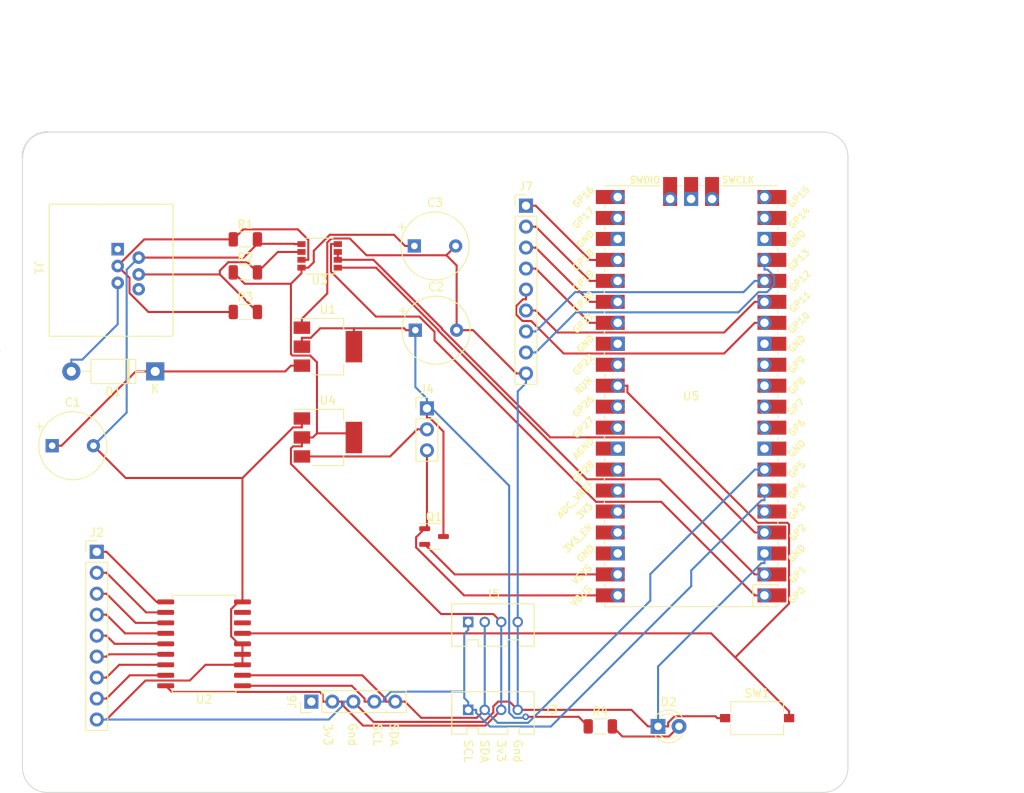
<source format=kicad_pcb>
(kicad_pcb (version 20211014) (generator pcbnew)
  (layers (0 "F.Cu" signal) (31 "B.Cu" signal) (34 "B.Paste" user) (35 "F.Paste" user) (36 "B.SilkS" user "B.Silkscreen") (37 "F.SilkS" user "F.Silkscreen") (38 "B.Mask" user) (39 "F.Mask" user) (44 "Edge.Cuts" user))
  (net 0 "")
  (net 1 "/VIN")
  (net 2 "/GND")
  (net 3 "/5V")
  (net 4 "/3V3")
  (net 5 "/12V")
  (net 6 "Net-(D2-Pad2)")
  (net 8 "Net-(J1-Pad3)")
  (net 9 "Net-(J1-Pad4)")
  (net 11 "Net-(J2-Pad1)")
  (net 12 "Net-(J2-Pad2)")
  (net 13 "Net-(J2-Pad3)")
  (net 14 "Net-(J2-Pad4)")
  (net 15 "Net-(J2-Pad5)")
  (net 16 "Net-(J2-Pad6)")
  (net 17 "Net-(J2-Pad7)")
  (net 18 "Net-(J2-Pad8)")
  (net 19 "/5Vopt")
  (net 20 "/VBUS")
  (net 22 "Net-(J7-Pad1)")
  (net 23 "Net-(J7-Pad2)")
  (net 24 "Net-(J7-Pad3)")
  (net 25 "Net-(J7-Pad4)")
  (net 26 "Net-(J7-Pad5)")
  (net 27 "Net-(J7-Pad6)")
  (net 28 "Net-(J7-Pad7)")
  (net 29 "/VSYS")
  (net 30 "/RUN")
  (net 31 "/SCL")
  (net 32 "/SDA")
  (net 35 "/GP1")
  (net 36 "/RTS")
  (net 37 "/GP0")
  (net 64 "Net-(J7-Pad8)")
  (footprint "Resistor_SMD:R_1206_3216Metric" (layer "F.Cu") (at 170 122)
    (fp_text reference "R4")
    (fp_text value "1k")
  )
  (footprint "Capacitor_THT:CP_Radial_Tantal_D8.0mm_P5.00mm" (layer "F.Cu") (at 103.5973 88)
    (fp_text reference "C1")
    (fp_text value "C_Polarized")
  )
  (footprint "Package_TO_SOT_SMD:SOT-223-3_TabPin2" (layer "F.Cu") (at 137 76)
    (fp_text reference "U1")
    (fp_text value "AMS1117-5.0")
  )
  (footprint "LED_THT:LED_D3.0mm" (layer "F.Cu") (at 177 122)
    (fp_text reference "D2")
    (fp_text value "LED")
  )
  (footprint "MCU_RaspberryPi_and_Boards:RPi_Pico_SMD_TH" (layer "F.Cu") (at 181 82 180)
    (fp_text reference "U5")
    (fp_text value "Pico")
  )
  (footprint "Resistor_SMD:R_1206_3216Metric" (layer "F.Cu") (at 127 67)
    (fp_text reference "R2")
    (fp_text value "10k")
  )
  (footprint "Resistor_SMD:R_1206_3216Metric" (layer "F.Cu") (at 127 63)
    (fp_text reference "R1")
    (fp_text value "10k")
  )
  (footprint "Diode_THT:D_DO-41_SOD81_P10.16mm_Horizontal" (layer "F.Cu") (at 116.08 79 180)
    (fp_text reference "D1")
    (fp_text value "1N5819")
  )
  (footprint "Connector_PinHeader_2.54mm:PinHeader_1x09_P2.54mm_Vertical" (layer "F.Cu") (at 109 100.85)
    (fp_text reference "J2")
    (fp_text value "Screw_Terminal_01x09")
  )
  (footprint "Package_TO_SOT_SMD:SuperSOT-8" (layer "F.Cu") (at 136 65 180)
    (fp_text reference "U3")
    (fp_text value "MAX3485")
  )
  (footprint "Connector_PinHeader_2.54mm:PinHeader_1x03_P2.54mm_Vertical" (layer "F.Cu") (at 149 83.475)
    (fp_text reference "J4")
    (fp_text value "Screw_Terminal_01x03")
  )
  (footprint "Connector_PinHeader_2.54mm:PinHeader_1x05_P2.54mm_Vertical" (layer "F.Cu") (at 135 119 90)
    (fp_text reference "J6")
    (fp_text value "Screw_Terminal_01x05")
  )
  (footprint "Connector_RJ:RJ12_Jaycar" (layer "F.Cu") (at 111.5375 66.74 -90)
    (fp_text reference "J1")
    (fp_text value "6P6C")
  )
  (footprint "Package_TO_SOT_SMD:SOT-23-3" (layer "F.Cu") (at 149.8625 99)
    (fp_text reference "Q1")
    (fp_text value "DMG2305UX-7")
  )
  (footprint "Package_TO_SOT_SMD:SOT-223-3_TabPin2" (layer "F.Cu") (at 137 87)
    (fp_text reference "U4")
    (fp_text value "AMS1117-3.3")
  )
  (footprint "Button_Switch_SMD:SW_Tactile_SPST_NO_Straight_CK_PTS636Sx25SMTRLFS" (layer "F.Cu") (at 189 121)
    (fp_text reference "SW1")
    (fp_text value "SW_Push")
  )
  (footprint "Capacitor_THT:CP_Radial_Tantal_D8.0mm_P5.00mm" (layer "F.Cu") (at 147.48 63.8)
    (fp_text reference "C3")
    (fp_text value "C_Polarized")
  )
  (footprint "OPL_Connector:HW4-2.0" (layer "F.Cu") (at 157 109.35)
    (fp_text reference "J5")
    (fp_text value "I2C")
  )
  (footprint "OPL_Connector:HW4-2.0" (layer "F.Cu") (at 157 120)
    (fp_text reference "J3")
    (fp_text value "I2C")
  )
  (footprint "Connector_PinHeader_2.54mm:PinHeader_1x09_P2.54mm_Vertical" (layer "F.Cu") (at 161 58.92)
    (fp_text reference "J7")
    (fp_text value "Screw_Terminal_01x09")
  )
  (footprint "Resistor_SMD:R_1206_3216Metric" (layer "F.Cu") (at 127 71.8)
    (fp_text reference "R3")
    (fp_text value "220")
  )
  (footprint "Capacitor_THT:CP_Radial_Tantal_D8.0mm_P5.00mm" (layer "F.Cu") (at 147.5973 74)
    (fp_text reference "C2")
    (fp_text value "C_Polarized")
  )
  (footprint "Package_SO:SOIC-18W_7.5x11.6mm_P1.27mm" (layer "F.Cu") (at 122 112 180)
    (fp_text reference "U2")
    (fp_text value "MCP23008-xSO")
  )
  (gr_arc (start 100 53) (mid 100.87868 50.87868) (end 103 50) (layer "Edge.Cuts") (width 0.2))
  (gr_arc (start 103 130) (mid 100.87868 129.12132) (end 100 127) (layer "Edge.Cuts") (width 0.1))
  (gr_line (start 103 50) (end 197 50) (layer "Edge.Cuts") (width 0.1))
  (gr_arc (start 200 127) (mid 199.12132 129.12132) (end 197 130) (layer "Edge.Cuts") (width 0.1))
  (gr_line (start 100 53) (end 100 127) (layer "Edge.Cuts") (width 0.1))
  (gr_arc (start 197 50) (mid 199.12132 50.87868) (end 200 53) (layer "Edge.Cuts") (width 0.1))
  (gr_line (start 197 130) (end 103 130) (layer "Edge.Cuts") (width 0.1))
  (gr_line (start 200 53) (end 200 127) (layer "Edge.Cuts") (width 0.1))
  (gr_text "Gnd\n" (at 140 123 270) (layer "F.SilkS") (effects (font (size 1 1))))
  (gr_text "3v3\n" (at 158 125 270) (layer "F.SilkS") (effects (font (size 1 1))))
  (gr_text "SDA" (at 156 125 270) (layer "F.SilkS") (effects (font (size 1 1))))
  (gr_text "SCL" (at 143 123 270) (layer "F.SilkS") (effects (font (size 1 1))))
  (gr_text "SCL" (at 154 125 270) (layer "F.SilkS") (effects (font (size 1 1))))
  (gr_text "SDA" (at 145 123 270) (layer "F.SilkS") (effects (font (size 1 1))))
  (gr_text "Gnd\n" (at 160 125 270) (layer "F.SilkS") (effects (font (size 1 1))))
  (gr_text "3v3\n" (at 137 123 270) (layer "F.SilkS") (effects (font (size 1 1))))
  (segment (start 103.5973 88) (end 104.7224 88) (width 0.25) (layer "F.Cu") (net 1))
  (segment (start 104.7224 88) (end 113.7224 79) (width 0.25) (layer "F.Cu") (net 1))
  (segment (start 116.08 79) (end 131.8249 79) (width 0.25) (layer "F.Cu") (net 1))
  (segment (start 133.85 78.3) (end 132.5249 78.3) (width 0.25) (layer "F.Cu") (net 1))
  (segment (start 113.7224 79) (end 116.08 79) (width 0.25) (layer "F.Cu") (net 1))
  (segment (start 131.8249 79) (end 132.5249 78.3) (width 0.25) (layer "F.Cu") (net 1))
  (segment (start 126.18 112) (end 126.65 112) (width 0.25) (layer "F.Cu") (net 2))
  (segment (start 114.0775 65.21) (end 126.79 65.21) (width 0.25) (layer "F.Cu") (net 2))
  (segment (start 185.125 121) (end 184.1749 121) (width 0.25) (layer "F.Cu") (net 2))
  (segment (start 136.9247 63.3851) (end 136.9247 69.5502) (width 0.25) (layer "F.Cu") (net 2))
  (segment (start 128.4625 63) (end 128.4625 63.5375) (width 0.25) (layer "F.Cu") (net 2))
  (segment (start 109 121.17) (end 110.1751 121.17) (width 0.25) (layer "F.Cu") (net 2))
  (segment (start 141.6808 64.9252) (end 139.6522 62.8966) (width 0.25) (layer "F.Cu") (net 2))
  (segment (start 175.7749 122) (end 173.7749 120) (width 0.25) (layer "F.Cu") (net 2))
  (segment (start 132.7858 85.7751) (end 126.65 91.9109) (width 0.25) (layer "F.Cu") (net 2))
  (segment (start 128.4625 63.5375) (end 132.9394 63.5375) (width 0.25) (layer "F.Cu") (net 2))
  (segment (start 142.5373 121.4573) (end 140.08 119) (width 0.25) (layer "F.Cu") (net 2))
  (segment (start 126.65 106.92) (end 126.1611 106.92) (width 0.25) (layer "F.Cu") (net 2))
  (segment (start 126.65 91.9109) (end 112.5082 91.9109) (width 0.25) (layer "F.Cu") (net 2))
  (segment (start 114.9001 116.445) (end 110.1751 121.17) (width 0.25) (layer "F.Cu") (net 2))
  (segment (start 157.038 120.3227) (end 155.9034 121.4573) (width 0.25) (layer "F.Cu") (net 2))
  (segment (start 183.9498 120.7749) (end 178.9907 120.7749) (width 0.25) (layer "F.Cu") (net 2))
  (segment (start 161 79.24) (end 159.8249 79.24) (width 0.25) (layer "F.Cu") (net 2))
  (segment (start 126.79 65.21) (end 128.4625 63.5375) (width 0.25) (layer "F.Cu") (net 2))
  (segment (start 137.4132 62.8966) (end 136.9247 63.3851) (width 0.25) (layer "F.Cu") (net 2))
  (segment (start 178.2251 121.5405) (end 178.2251 122) (width 0.25) (layer "F.Cu") (net 2))
  (segment (start 151.3548 64.9252) (end 141.6808 64.9252) (width 0.25) (layer "F.Cu") (net 2))
  (segment (start 139.6522 62.8966) (end 137.4132 62.8966) (width 0.25) (layer "F.Cu") (net 2))
  (segment (start 126.65 114.54) (end 122.1728 114.54) (width 0.25) (layer "F.Cu") (net 2))
  (segment (start 155.9034 121.4573) (end 142.5373 121.4573) (width 0.25) (layer "F.Cu") (net 2))
  (segment (start 120.2678 116.445) (end 114.9001 116.445) (width 0.25) (layer "F.Cu") (net 2))
  (segment (start 112.5082 91.9109) (end 108.5973 88) (width 0.25) (layer "F.Cu") (net 2))
  (segment (start 159.9997 120) (end 158.9958 118.9961) (width 0.25) (layer "F.Cu") (net 2))
  (segment (start 152.48 63.8) (end 151.3548 64.9252) (width 0.25) (layer "F.Cu") (net 2))
  (segment (start 158.9958 118.9961) (end 157.6253 118.9961) (width 0.25) (layer "F.Cu") (net 2))
  (segment (start 136.9247 69.5502) (end 133.85 72.6249) (width 0.25) (layer "F.Cu") (net 2))
  (segment (start 154.5849 74) (end 152.5973 74) (width 0.25) (layer "F.Cu") (net 2))
  (segment (start 126.65 91.9109) (end 126.65 106.92) (width 0.25) (layer "F.Cu") (net 2))
  (segment (start 184.1749 121) (end 183.9498 120.7749) (width 0.25) (layer "F.Cu") (net 2))
  (segment (start 126.65 113.27) (end 126.65 114.54) (width 0.25) (layer "F.Cu") (net 2))
  (segment (start 157.038 119.5834) (end 157.038 120.3227) (width 0.25) (layer "F.Cu") (net 2))
  (segment (start 133.8 63.573) (end 132.9749 63.573) (width 0.25) (layer "F.Cu") (net 2))
  (segment (start 178.9907 120.7749) (end 178.2251 121.5405) (width 0.25) (layer "F.Cu") (net 2))
  (segment (start 125.2774 107.8037) (end 125.2774 111.0974) (width 0.25) (layer "F.Cu") (net 2))
  (segment (start 126.65 112) (end 126.65 113.27) (width 0.25) (layer "F.Cu") (net 2))
  (segment (start 173.7749 120) (end 159.9997 120) (width 0.25) (layer "F.Cu") (net 2))
  (segment (start 159.8249 79.24) (end 154.5849 74) (width 0.25) (layer "F.Cu") (net 2))
  (segment (start 122.1728 114.54) (end 120.2678 116.445) (width 0.25) (layer "F.Cu") (net 2))
  (segment (start 177 122) (end 178.2251 122) (width 0.25) (layer "F.Cu") (net 2))
  (segment (start 133.85 73.7) (end 133.85 72.6249) (width 0.25) (layer "F.Cu") (net 2))
  (segment (start 125.2774 111.0974) (end 126.18 112) (width 0.25) (layer "F.Cu") (net 2))
  (segment (start 152.5973 74) (end 152.5973 66.1677) (width 0.25) (layer "F.Cu") (net 2))
  (segment (start 133.85 85.7751) (end 132.7858 85.7751) (width 0.25) (layer "F.Cu") (net 2))
  (segment (start 152.5973 66.1677) (end 151.3548 64.9252) (width 0.25) (layer "F.Cu") (net 2))
  (segment (start 177 122) (end 175.7749 122) (width 0.25) (layer "F.Cu") (net 2))
  (segment (start 133.85 84.7) (end 133.85 85.7751) (width 0.25) (layer "F.Cu") (net 2))
  (segment (start 126.1611 106.92) (end 125.2774 107.8037) (width 0.25) (layer "F.Cu") (net 2))
  (segment (start 157.6253 118.9961) (end 157.038 119.5834) (width 0.25) (layer "F.Cu") (net 2))
  (segment (start 132.9394 63.5375) (end 132.9749 63.573) (width 0.25) (layer "F.Cu") (net 2))
  (segment (start 112.6227 83.9746) (end 112.6227 66.6648) (width 0.25) (layer "B.Cu") (net 2))
  (segment (start 177 114.7478) (end 189.5227 102.2251) (width 0.25) (layer "B.Cu") (net 2))
  (segment (start 161 79.24) (end 161 80.4151) (width 0.25) (layer "B.Cu") (net 2))
  (segment (start 137.1001 121.17) (end 138.9049 119.3652) (width 0.25) (layer "B.Cu") (net 2))
  (segment (start 189.89 101.05) (end 189.89 102.2251) (width 0.25) (layer "B.Cu") (net 2))
  (segment (start 159.9997 109.35) (end 159.9997 81.4154) (width 0.25) (layer "B.Cu") (net 2))
  (segment (start 177 122) (end 177 120.7749) (width 0.25) (layer "B.Cu") (net 2))
  (segment (start 159.9997 120) (end 159.9997 109.35) (width 0.25) (layer "B.Cu") (net 2))
  (segment (start 177 120.7749) (end 177 114.7478) (width 0.25) (layer "B.Cu") (net 2))
  (segment (start 109 121.17) (end 137.1001 121.17) (width 0.25) (layer "B.Cu") (net 2))
  (segment (start 108.5973 88) (end 112.6227 83.9746) (width 0.25) (layer "B.Cu") (net 2))
  (segment (start 138.9049 119.3652) (end 138.9049 119) (width 0.25) (layer "B.Cu") (net 2))
  (segment (start 189.5227 102.2251) (end 189.89 102.2251) (width 0.25) (layer "B.Cu") (net 2))
  (segment (start 112.6227 66.6648) (end 114.0775 65.21) (width 0.25) (layer "B.Cu") (net 2))
  (segment (start 140.08 119) (end 138.9049 119) (width 0.25) (layer "B.Cu") (net 2))
  (segment (start 159.9997 81.4154) (end 161 80.4151) (width 0.25) (layer "B.Cu") (net 2))
  (segment (start 146.4722 74) (end 146.2471 73.7749) (width 0.25) (layer "F.Cu") (net 3))
  (segment (start 147.5973 74) (end 146.4722 74) (width 0.25) (layer "F.Cu") (net 3))
  (segment (start 134.9251 74.9249) (end 136.0751 73.7749) (width 0.25) (layer "F.Cu") (net 3))
  (segment (start 149.3672 84.6501) (end 151 86.2829) (width 0.25) (layer "F.Cu") (net 3))
  (segment (start 149 84.6501) (end 149.3672 84.6501) (width 0.25) (layer "F.Cu") (net 3))
  (segment (start 146.2471 73.7749) (end 140.15 73.7749) (width 0.25) (layer "F.Cu") (net 3))
  (segment (start 167.379 120.8415) (end 168.5375 122) (width 0.25) (layer "F.Cu") (net 3))
  (segment (start 133.85 74.9249) (end 134.9251 74.9249) (width 0.25) (layer "F.Cu") (net 3))
  (segment (start 149 83.475) (end 149 84.6501) (width 0.25) (layer "F.Cu") (net 3))
  (segment (start 136.0751 73.7749) (end 140.15 73.7749) (width 0.25) (layer "F.Cu") (net 3))
  (segment (start 133.85 76) (end 133.85 74.9249) (width 0.25) (layer "F.Cu") (net 3))
  (segment (start 140.15 76) (end 140.15 73.7749) (width 0.25) (layer "F.Cu") (net 3))
  (segment (start 160.9591 120.8415) (end 167.379 120.8415) (width 0.25) (layer "F.Cu") (net 3))
  (segment (start 151 86.2829) (end 151 99) (width 0.25) (layer "F.Cu") (net 3))
  (via (at 160.9591 120.8415) (size 0.8) (drill 0.4) (layers "F.Cu" "B.Cu") (net 3))
  (segment (start 160.8404 120.9602) (end 160.9591 120.8415) (width 0.25) (layer "B.Cu") (net 3))
  (segment (start 149 82.8874) (end 149 82.2999) (width 0.25) (layer "B.Cu") (net 3))
  (segment (start 149 82.8874) (end 158.9584 92.8458) (width 0.25) (layer "B.Cu") (net 3))
  (segment (start 159.5677 120.9602) (end 160.8404 120.9602) (width 0.25) (layer "B.Cu") (net 3))
  (segment (start 147.5973 80.8972) (end 147.5973 74) (width 0.25) (layer "B.Cu") (net 3))
  (segment (start 158.9584 120.3509) (end 159.5677 120.9602) (width 0.25) (layer "B.Cu") (net 3))
  (segment (start 149 82.2999) (end 147.5973 80.8972) (width 0.25) (layer "B.Cu") (net 3))
  (segment (start 149 83.475) (end 149 82.8874) (width 0.25) (layer "B.Cu") (net 3))
  (segment (start 158.9584 92.8458) (end 158.9584 120.3509) (width 0.25) (layer "B.Cu") (net 3))
  (segment (start 137.2267 62.4465) (end 145.0014 62.4465) (width 0.25) (layer "F.Cu") (net 4))
  (segment (start 118.0948 117.8248) (end 136.0207 117.8248) (width 0.25) (layer "F.Cu") (net 4))
  (segment (start 125.5375 67) (end 126.9174 68.3799) (width 0.25) (layer "F.Cu") (net 4))
  (segment (start 138.7151 119) (end 138.7151 119.3653) (width 0.25) (layer "F.Cu") (net 4))
  (segment (start 135.2902 64.383) (end 137.2267 62.4465) (width 0.25) (layer "F.Cu") (net 4))
  (segment (start 132.7749 88.0751) (end 133.85 88.0751) (width 0.25) (layer "F.Cu") (net 4))
  (segment (start 132.7155 77.0752) (end 132.5222 76.8819) (width 0.25) (layer "F.Cu") (net 4))
  (segment (start 140.15 86.5) (end 135.6751 86.5) (width 0.25) (layer "F.Cu") (net 4))
  (segment (start 145.0014 62.4465) (end 146.3549 63.8) (width 0.25) (layer "F.Cu") (net 4))
  (segment (start 134.6251 66.427) (end 135.2902 65.7619) (width 0.25) (layer "F.Cu") (net 4))
  (segment (start 133.85 87) (end 133.85 88.0751) (width 0.25) (layer "F.Cu") (net 4))
  (segment (start 141.2572 121.9074) (end 156.0908 121.9074) (width 0.25) (layer "F.Cu") (net 4))
  (segment (start 157.038 108.3898) (end 150.7109 108.3898) (width 0.25) (layer "F.Cu") (net 4))
  (segment (start 117.35 117.08) (end 118.0948 117.8248) (width 0.25) (layer "F.Cu") (net 4))
  (segment (start 138.7151 119.3653) (end 141.2572 121.9074) (width 0.25) (layer "F.Cu") (net 4))
  (segment (start 132.5222 68.3799) (end 133.8 67.1021) (width 0.25) (layer "F.Cu") (net 4))
  (segment (start 134.8573 77.0752) (end 132.7155 77.0752) (width 0.25) (layer "F.Cu") (net 4))
  (segment (start 135.6751 86.5) (end 135.6751 77.893) (width 0.25) (layer "F.Cu") (net 4))
  (segment (start 135.2902 65.7619) (end 135.2902 64.383) (width 0.25) (layer "F.Cu") (net 4))
  (segment (start 156.0908 121.9074) (end 157.9982 120) (width 0.25) (layer "F.Cu") (net 4))
  (segment (start 135.6751 86.5) (end 135.1751 87) (width 0.25) (layer "F.Cu") (net 4))
  (segment (start 132.5248 88.3252) (end 132.7749 88.0751) (width 0.25) (layer "F.Cu") (net 4))
  (segment (start 133.8 66.427) (end 134.6251 66.427) (width 0.25) (layer "F.Cu") (net 4))
  (segment (start 137.54 119) (end 138.7151 119) (width 0.25) (layer "F.Cu") (net 4))
  (segment (start 133.8 66.427) (end 133.8 67.1021) (width 0.25) (layer "F.Cu") (net 4))
  (segment (start 126.9174 68.3799) (end 132.5222 68.3799) (width 0.25) (layer "F.Cu") (net 4))
  (segment (start 147.48 63.8) (end 146.3549 63.8) (width 0.25) (layer "F.Cu") (net 4))
  (segment (start 140.15 87) (end 140.15 86.5) (width 0.25) (layer "F.Cu") (net 4))
  (segment (start 133.85 87) (end 135.1751 87) (width 0.25) (layer "F.Cu") (net 4))
  (segment (start 157.9982 109.35) (end 157.038 108.3898) (width 0.25) (layer "F.Cu") (net 4))
  (segment (start 132.5248 90.2037) (end 132.5248 88.3252) (width 0.25) (layer "F.Cu") (net 4))
  (segment (start 136.3649 118.169) (end 136.3649 119) (width 0.25) (layer "F.Cu") (net 4))
  (segment (start 150.7109 108.3898) (end 132.5248 90.2037) (width 0.25) (layer "F.Cu") (net 4))
  (segment (start 132.5222 76.8819) (end 132.5222 68.3799) (width 0.25) (layer "F.Cu") (net 4))
  (segment (start 137.54 119) (end 136.3649 119) (width 0.25) (layer "F.Cu") (net 4))
  (segment (start 136.0207 117.8248) (end 136.3649 118.169) (width 0.25) (layer "F.Cu") (net 4))
  (segment (start 135.6751 77.893) (end 134.8573 77.0752) (width 0.25) (layer "F.Cu") (net 4))
  (segment (start 157.9982 120) (end 157.9982 109.35) (width 0.25) (layer "B.Cu") (net 4))
  (segment (start 111.5375 73.2782) (end 107.2408 77.5749) (width 0.25) (layer "B.Cu") (net 5))
  (segment (start 111.5375 68.27) (end 111.5375 73.2782) (width 0.25) (layer "B.Cu") (net 5))
  (segment (start 105.92 79) (end 105.92 77.5749) (width 0.25) (layer "B.Cu") (net 5))
  (segment (start 107.2408 77.5749) (end 105.92 77.5749) (width 0.25) (layer "B.Cu") (net 5))
  (segment (start 172.6877 123.2252) (end 171.4625 122) (width 0.25) (layer "F.Cu") (net 6))
  (segment (start 178.3148 123.2252) (end 172.6877 123.2252) (width 0.25) (layer "F.Cu") (net 6))
  (segment (start 179.54 122) (end 178.3148 123.2252) (width 0.25) (layer "F.Cu") (net 6))
  (segment (start 133.346 61.7832) (end 126.7543 61.7832) (width 0.25) (layer "F.Cu") (net 8))
  (segment (start 125.5375 63) (end 114.7528 63) (width 0.25) (layer "F.Cu") (net 8))
  (segment (start 125.5375 71.8) (end 115.2591 71.8) (width 0.25) (layer "F.Cu") (net 8))
  (segment (start 115.2591 71.8) (end 112.9668 69.5077) (width 0.25) (layer "F.Cu") (net 8))
  (segment (start 112.9668 69.5077) (end 112.9668 67.6593) (width 0.25) (layer "F.Cu") (net 8))
  (segment (start 134.6251 65.475) (end 134.6251 63.0623) (width 0.25) (layer "F.Cu") (net 8))
  (segment (start 126.7543 61.7832) (end 125.5375 63) (width 0.25) (layer "F.Cu") (net 8))
  (segment (start 112.9668 67.6593) (end 111.5375 66.23) (width 0.25) (layer "F.Cu") (net 8))
  (segment (start 114.7528 63) (end 111.5375 66.2153) (width 0.25) (layer "F.Cu") (net 8))
  (segment (start 133.8 65.475) (end 134.6251 65.475) (width 0.25) (layer "F.Cu") (net 8))
  (segment (start 134.6251 63.0623) (end 133.346 61.7832) (width 0.25) (layer "F.Cu") (net 8))
  (segment (start 111.5375 66.2153) (end 111.5375 66.23) (width 0.25) (layer "F.Cu") (net 8))
  (segment (start 130.9375 64.525) (end 128.4625 67) (width 0.25) (layer "F.Cu") (net 9))
  (segment (start 127.2271 65.7646) (end 128.4625 67) (width 0.25) (layer "F.Cu") (net 9))
  (segment (start 124.9336 65.7646) (end 127.2271 65.7646) (width 0.25) (layer "F.Cu") (net 9))
  (segment (start 133.8 64.525) (end 130.9375 64.525) (width 0.25) (layer "F.Cu") (net 9))
  (segment (start 123.9125 67.25) (end 114.0775 67.25) (width 0.25) (layer "F.Cu") (net 9))
  (segment (start 128.4625 71.8) (end 123.9125 67.25) (width 0.25) (layer "F.Cu") (net 9))
  (segment (start 123.9125 67.25) (end 123.9125 66.7857) (width 0.25) (layer "F.Cu") (net 9))
  (segment (start 123.9125 66.7857) (end 124.9336 65.7646) (width 0.25) (layer "F.Cu") (net 9))
  (segment (start 116.2451 106.92) (end 110.1751 100.85) (width 0.25) (layer "F.Cu") (net 11))
  (segment (start 117.35 106.92) (end 116.2451 106.92) (width 0.25) (layer "F.Cu") (net 11))
  (segment (start 109 100.85) (end 110.1751 100.85) (width 0.25) (layer "F.Cu") (net 11))
  (segment (start 117.35 108.19) (end 114.9751 108.19) (width 0.25) (layer "F.Cu") (net 12))
  (segment (start 114.9751 108.19) (end 110.1751 103.39) (width 0.25) (layer "F.Cu") (net 12))
  (segment (start 109 103.39) (end 110.1751 103.39) (width 0.25) (layer "F.Cu") (net 12))
  (segment (start 109 105.93) (end 110.1751 105.93) (width 0.25) (layer "F.Cu") (net 13))
  (segment (start 113.7051 109.46) (end 110.1751 105.93) (width 0.25) (layer "F.Cu") (net 13))
  (segment (start 117.35 109.46) (end 113.7051 109.46) (width 0.25) (layer "F.Cu") (net 13))
  (segment (start 109 108.47) (end 110.1751 108.47) (width 0.25) (layer "F.Cu") (net 14))
  (segment (start 117.35 110.73) (end 112.4351 110.73) (width 0.25) (layer "F.Cu") (net 14))
  (segment (start 112.4351 110.73) (end 110.1751 108.47) (width 0.25) (layer "F.Cu") (net 14))
  (segment (start 109 111.01) (end 110.1751 111.01) (width 0.25) (layer "F.Cu") (net 15))
  (segment (start 117.35 112) (end 111.1651 112) (width 0.25) (layer "F.Cu") (net 15))
  (segment (start 111.1651 112) (end 110.1751 111.01) (width 0.25) (layer "F.Cu") (net 15))
  (segment (start 110.4551 113.27) (end 110.1751 113.55) (width 0.25) (layer "F.Cu") (net 16))
  (segment (start 117.35 113.27) (end 110.4551 113.27) (width 0.25) (layer "F.Cu") (net 16))
  (segment (start 109 113.55) (end 110.1751 113.55) (width 0.25) (layer "F.Cu") (net 16))
  (segment (start 111.7251 114.54) (end 110.1751 116.09) (width 0.25) (layer "F.Cu") (net 17))
  (segment (start 109 116.09) (end 110.1751 116.09) (width 0.25) (layer "F.Cu") (net 17))
  (segment (start 117.35 114.54) (end 111.7251 114.54) (width 0.25) (layer "F.Cu") (net 17))
  (segment (start 109 118.63) (end 110.1751 118.63) (width 0.25) (layer "F.Cu") (net 18))
  (segment (start 112.9951 115.81) (end 110.1751 118.63) (width 0.25) (layer "F.Cu") (net 18))
  (segment (start 117.35 115.81) (end 112.9951 115.81) (width 0.25) (layer "F.Cu") (net 18))
  (segment (start 149 86.015) (end 147.8249 86.015) (width 0.25) (layer "F.Cu") (net 19))
  (segment (start 133.85 89.3) (end 144.5399 89.3) (width 0.25) (layer "F.Cu") (net 19))
  (segment (start 144.5399 89.3) (end 147.8249 86.015) (width 0.25) (layer "F.Cu") (net 19))
  (segment (start 172.11 106.13) (end 170.9349 106.13) (width 0.25) (layer "F.Cu") (net 20))
  (segment (start 170.9349 106.13) (end 153.4982 106.13) (width 0.25) (layer "F.Cu") (net 20))
  (segment (start 149 88.555) (end 149 97.775) (width 0.25) (layer "F.Cu") (net 20))
  (segment (start 147.687 99.088) (end 148.725 98.05) (width 0.25) (layer "F.Cu") (net 20))
  (segment (start 149 97.775) (end 148.725 98.05) (width 0.25) (layer "F.Cu") (net 20))
  (segment (start 153.4982 106.13) (end 147.687 100.3188) (width 0.25) (layer "F.Cu") (net 20))
  (segment (start 147.687 100.3188) (end 147.687 99.088) (width 0.25) (layer "F.Cu") (net 20))
  (segment (start 168.7451 65.49) (end 172.11 65.49) (width 0.25) (layer "F.Cu") (net 22))
  (segment (start 161 58.92) (end 162.1751 58.92) (width 0.25) (layer "F.Cu") (net 22))
  (segment (start 162.1751 58.92) (end 168.7451 65.49) (width 0.25) (layer "F.Cu") (net 22))
  (segment (start 168.7451 68.03) (end 172.11 68.03) (width 0.25) (layer "F.Cu") (net 23))
  (segment (start 162.1751 61.46) (end 168.7451 68.03) (width 0.25) (layer "F.Cu") (net 23))
  (segment (start 161 61.46) (end 162.1751 61.46) (width 0.25) (layer "F.Cu") (net 23))
  (segment (start 161 64) (end 162.1751 64) (width 0.25) (layer "F.Cu") (net 24))
  (segment (start 172.11 70.57) (end 168.7451 70.57) (width 0.25) (layer "F.Cu") (net 24))
  (segment (start 168.7451 70.57) (end 162.1751 64) (width 0.25) (layer "F.Cu") (net 24))
  (segment (start 168.7451 73.11) (end 172.11 73.11) (width 0.25) (layer "F.Cu") (net 25))
  (segment (start 162.1751 66.54) (end 168.7451 73.11) (width 0.25) (layer "F.Cu") (net 25))
  (segment (start 161 66.54) (end 162.1751 66.54) (width 0.25) (layer "F.Cu") (net 25))
  (segment (start 165.5652 76.8252) (end 161.63 72.89) (width 0.25) (layer "F.Cu") (net 26))
  (segment (start 159.8122 72.1228) (end 159.8122 71.0776) (width 0.25) (layer "F.Cu") (net 26))
  (segment (start 189.89 73.11) (end 188.7149 73.11) (width 0.25) (layer "F.Cu") (net 26))
  (segment (start 161.63 72.89) (end 160.5794 72.89) (width 0.25) (layer "F.Cu") (net 26))
  (segment (start 160.6347 70.2551) (end 161 70.2551) (width 0.25) (layer "F.Cu") (net 26))
  (segment (start 160.5794 72.89) (end 159.8122 72.1228) (width 0.25) (layer "F.Cu") (net 26))
  (segment (start 188.7149 73.11) (end 184.9997 76.8252) (width 0.25) (layer "F.Cu") (net 26))
  (segment (start 161 69.08) (end 161 70.2551) (width 0.25) (layer "F.Cu") (net 26))
  (segment (start 184.9997 76.8252) (end 165.5652 76.8252) (width 0.25) (layer "F.Cu") (net 26))
  (segment (start 159.8122 71.0776) (end 160.6347 70.2551) (width 0.25) (layer "F.Cu") (net 26))
  (segment (start 161 71.62) (end 162.1751 71.62) (width 0.25) (layer "F.Cu") (net 27))
  (segment (start 184.9998 74.2851) (end 164.8402 74.2851) (width 0.25) (layer "F.Cu") (net 27))
  (segment (start 164.8402 74.2851) (end 162.1751 71.62) (width 0.25) (layer "F.Cu") (net 27))
  (segment (start 189.89 70.57) (end 188.7149 70.57) (width 0.25) (layer "F.Cu") (net 27))
  (segment (start 188.7149 70.57) (end 184.9998 74.2851) (width 0.25) (layer "F.Cu") (net 27))
  (segment (start 166.9403 69.3948) (end 187.3501 69.3948) (width 0.25) (layer "B.Cu") (net 28))
  (segment (start 162.1751 74.16) (end 166.9403 69.3948) (width 0.25) (layer "B.Cu") (net 28))
  (segment (start 189.89 68.03) (end 188.7149 68.03) (width 0.25) (layer "B.Cu") (net 28))
  (segment (start 187.3501 69.3948) (end 188.7149 68.03) (width 0.25) (layer "B.Cu") (net 28))
  (segment (start 161 74.16) (end 162.1751 74.16) (width 0.25) (layer "B.Cu") (net 28))
  (segment (start 152.365 103.59) (end 148.725 99.95) (width 0.25) (layer "F.Cu") (net 29))
  (segment (start 172.11 103.59) (end 152.365 103.59) (width 0.25) (layer "F.Cu") (net 29))
  (segment (start 172.11 80.73) (end 173.2851 80.73) (width 0.25) (layer "F.Cu") (net 30))
  (segment (start 189.082 97.3348) (end 173.2851 81.5379) (width 0.25) (layer "F.Cu") (net 30))
  (segment (start 186.3449 113.6448) (end 192.875 120.1749) (width 0.25) (layer "F.Cu") (net 30))
  (segment (start 192.8652 97.5255) (end 192.6745 97.3348) (width 0.25) (layer "F.Cu") (net 30))
  (segment (start 173.2851 81.5379) (end 173.2851 80.73) (width 0.25) (layer "F.Cu") (net 30))
  (segment (start 183.4301 110.73) (end 186.3449 113.6448) (width 0.25) (layer "F.Cu") (net 30))
  (segment (start 186.3449 113.6448) (end 192.8652 107.1245) (width 0.25) (layer "F.Cu") (net 30))
  (segment (start 192.875 121) (end 192.875 120.1749) (width 0.25) (layer "F.Cu") (net 30))
  (segment (start 126.65 110.73) (end 183.4301 110.73) (width 0.25) (layer "F.Cu") (net 30))
  (segment (start 192.8652 107.1245) (end 192.8652 97.5255) (width 0.25) (layer "F.Cu") (net 30))
  (segment (start 192.6745 97.3348) (end 189.082 97.3348) (width 0.25) (layer "F.Cu") (net 30))
  (segment (start 139.8901 117.08) (end 141.4449 118.6348) (width 0.25) (layer "F.Cu") (net 31))
  (segment (start 141.4449 118.6348) (end 141.4449 119) (width 0.25) (layer "F.Cu") (net 31))
  (segment (start 142.62 119) (end 141.4449 119) (width 0.25) (layer "F.Cu") (net 31))
  (segment (start 126.65 117.08) (end 139.8901 117.08) (width 0.25) (layer "F.Cu") (net 31))
  (segment (start 142.62 119) (end 143.7951 119) (width 0.25) (layer "B.Cu") (net 31))
  (segment (start 144.6409 117.787) (end 153.5203 117.787) (width 0.25) (layer "B.Cu") (net 31))
  (segment (start 154.0003 119.975) (end 154.0003 119.0399) (width 0.25) (layer "B.Cu") (net 31))
  (segment (start 154.0003 119.975) (end 154.0003 120) (width 0.25) (layer "B.Cu") (net 31))
  (segment (start 143.7951 119) (end 143.7951 118.6328) (width 0.25) (layer "B.Cu") (net 31))
  (segment (start 181.0155 103.1143) (end 189.5247 94.6051) (width 0.25) (layer "B.Cu") (net 31))
  (segment (start 143.7951 118.6328) (end 144.6409 117.787) (width 0.25) (layer "B.Cu") (net 31))
  (segment (start 153.5203 110.7901) (end 153.5203 117.787) (width 0.25) (layer "B.Cu") (net 31))
  (segment (start 154.9604 120.36) (end 156.6202 122.0198) (width 0.25) (layer "B.Cu") (net 31))
  (segment (start 153.5203 117.787) (end 153.5203 118.5599) (width 0.25) (layer "B.Cu") (net 31))
  (segment (start 181.0155 105.0138) (end 181.0155 103.1143) (width 0.25) (layer "B.Cu") (net 31))
  (segment (start 154.0003 110.3101) (end 153.5203 110.7901) (width 0.25) (layer "B.Cu") (net 31))
  (segment (start 154.9604 120) (end 154.9604 120.36) (width 0.25) (layer "B.Cu") (net 31))
  (segment (start 189.89 93.43) (end 189.89 94.6051) (width 0.25) (layer "B.Cu") (net 31))
  (segment (start 164.0095 122.0198) (end 181.0155 105.0138) (width 0.25) (layer "B.Cu") (net 31))
  (segment (start 189.5247 94.6051) (end 189.89 94.6051) (width 0.25) (layer "B.Cu") (net 31))
  (segment (start 154.0003 109.35) (end 154.0003 110.3101) (width 0.25) (layer "B.Cu") (net 31))
  (segment (start 154.0003 120) (end 154.9604 120) (width 0.25) (layer "B.Cu") (net 31))
  (segment (start 153.5203 118.5599) (end 154.0003 119.0399) (width 0.25) (layer "B.Cu") (net 31))
  (segment (start 156.6202 122.0198) (end 164.0095 122.0198) (width 0.25) (layer "B.Cu") (net 31))
  (segment (start 156.0018 120) (end 155.0417 120.9601) (width 0.25) (layer "F.Cu") (net 32))
  (segment (start 148.2952 120.9601) (end 146.3351 119) (width 0.25) (layer "F.Cu") (net 32))
  (segment (start 145.16 119) (end 146.3351 119) (width 0.25) (layer "F.Cu") (net 32))
  (segment (start 143.9849 118.6348) (end 143.9849 119) (width 0.25) (layer "F.Cu") (net 32))
  (segment (start 141.1601 115.81) (end 143.9849 118.6348) (width 0.25) (layer "F.Cu") (net 32))
  (segment (start 126.65 115.81) (end 141.1601 115.81) (width 0.25) (layer "F.Cu") (net 32))
  (segment (start 155.0417 120.9601) (end 148.2952 120.9601) (width 0.25) (layer "F.Cu") (net 32))
  (segment (start 145.16 119) (end 143.9849 119) (width 0.25) (layer "F.Cu") (net 32))
  (segment (start 161.2592 121.5696) (end 157.5714 121.5696) (width 0.25) (layer "B.Cu") (net 32))
  (segment (start 176.0595 106.7693) (end 161.2592 121.5696) (width 0.25) (layer "B.Cu") (net 32))
  (segment (start 176.0595 103.5454) (end 176.0595 106.7693) (width 0.25) (layer "B.Cu") (net 32))
  (segment (start 188.7149 90.89) (end 176.0595 103.5454) (width 0.25) (layer "B.Cu") (net 32))
  (segment (start 156.0018 109.35) (end 156.0018 120) (width 0.25) (layer "B.Cu") (net 32))
  (segment (start 157.5714 121.5696) (end 156.0018 120) (width 0.25) (layer "B.Cu") (net 32))
  (segment (start 189.89 90.89) (end 188.7149 90.89) (width 0.25) (layer "B.Cu") (net 32))
  (segment (start 150.3682 74.052) (end 150.3682 73.969) (width 0.25) (layer "F.Cu") (net 35))
  (segment (start 189.89 103.59) (end 188.7149 103.59) (width 0.25) (layer "F.Cu") (net 35))
  (segment (start 177.1901 92.0652) (end 168.3814 92.0652) (width 0.25) (layer "F.Cu") (net 35))
  (segment (start 188.7149 103.59) (end 177.1901 92.0652) (width 0.25) (layer "F.Cu") (net 35))
  (segment (start 150.3682 73.969) (end 142.8262 66.427) (width 0.25) (layer "F.Cu") (net 35))
  (segment (start 142.8262 66.427) (end 138.2 66.427) (width 0.25) (layer "F.Cu") (net 35))
  (segment (start 168.3814 92.0652) (end 150.3682 74.052) (width 0.25) (layer "F.Cu") (net 35))
  (segment (start 177.1901 86.9852) (end 163.9381 86.9852) (width 0.25) (layer "F.Cu") (net 36))
  (segment (start 142.5109 65.475) (end 138.2 65.475) (width 0.25) (layer "F.Cu") (net 36))
  (segment (start 188.7149 98.51) (end 177.1901 86.9852) (width 0.25) (layer "F.Cu") (net 36))
  (segment (start 163.9381 86.9852) (end 150.8183 73.8654) (width 0.25) (layer "F.Cu") (net 36))
  (segment (start 150.8183 73.8654) (end 150.8183 73.7824) (width 0.25) (layer "F.Cu") (net 36))
  (segment (start 138.2 64.525) (end 138.2 65.475) (width 0.25) (layer "F.Cu") (net 36))
  (segment (start 150.8183 73.7824) (end 142.5109 65.475) (width 0.25) (layer "F.Cu") (net 36))
  (segment (start 189.89 98.51) (end 188.7149 98.51) (width 0.25) (layer "F.Cu") (net 36))
  (segment (start 188.7149 106.13) (end 177.3797 94.7948) (width 0.25) (layer "F.Cu") (net 37))
  (segment (start 148.0805 72.3567) (end 142.8179 72.3567) (width 0.25) (layer "F.Cu") (net 37))
  (segment (start 137.3749 66.9137) (end 137.3749 63.573) (width 0.25) (layer "F.Cu") (net 37))
  (segment (start 138.2 63.573) (end 137.3749 63.573) (width 0.25) (layer "F.Cu") (net 37))
  (segment (start 149.9181 74.1943) (end 148.0805 72.3567) (width 0.25) (layer "F.Cu") (net 37))
  (segment (start 169.4859 94.7948) (end 149.9181 75.227) (width 0.25) (layer "F.Cu") (net 37))
  (segment (start 189.89 106.13) (end 188.7149 106.13) (width 0.25) (layer "F.Cu") (net 37))
  (segment (start 149.9181 75.227) (end 149.9181 74.1943) (width 0.25) (layer "F.Cu") (net 37))
  (segment (start 177.3797 94.7948) (end 169.4859 94.7948) (width 0.25) (layer "F.Cu") (net 37))
  (segment (start 142.8179 72.3567) (end 137.3749 66.9137) (width 0.25) (layer "F.Cu") (net 37))
  (segment (start 189.1652 69.3946) (end 190.1971 69.3946) (width 0.25) (layer "B.Cu") (net 64))
  (segment (start 190.2552 66.6651) (end 189.89 66.6651) (width 0.25) (layer "B.Cu") (net 64))
  (segment (start 161 76.7) (end 162.1751 76.7) (width 0.25) (layer "B.Cu") (net 64))
  (segment (start 167.0351 71.84) (end 186.7198 71.84) (width 0.25) (layer "B.Cu") (net 64))
  (segment (start 186.7198 71.84) (end 189.1652 69.3946) (width 0.25) (layer "B.Cu") (net 64))
  (segment (start 191.0684 67.4783) (end 190.2552 66.6651) (width 0.25) (layer "B.Cu") (net 64))
  (segment (start 189.89 65.49) (end 189.89 66.6651) (width 0.25) (layer "B.Cu") (net 64))
  (segment (start 191.0684 68.5233) (end 191.0684 67.4783) (width 0.25) (layer "B.Cu") (net 64))
  (segment (start 162.1751 76.7) (end 167.0351 71.84) (width 0.25) (layer "B.Cu") (net 64))
  (segment (start 190.1971 69.3946) (end 191.0684 68.5233) (width 0.25) (layer "B.Cu") (net 64))
)
</source>
